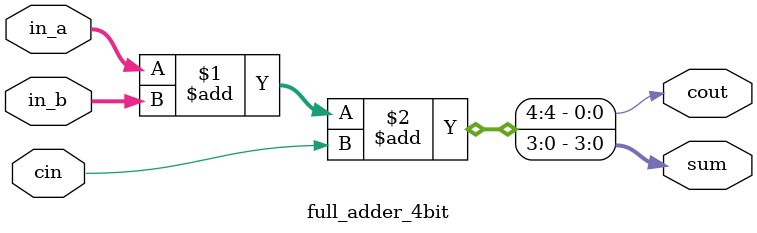
<source format=sv>
module   full_adder_4bit (
          cin,
          cout,
          in_a,
          in_b,
          sum
    );
    
    parameter   reg_size = 4;
    
    input   cin;
    input   [reg_size-1:0] in_a;
    input   [reg_size-1:0] in_b;
    output  [reg_size-1:0] sum;
    output  cout;
    
    assign   {cout,sum} = in_a + in_b + cin;
    
endmodule
</source>
